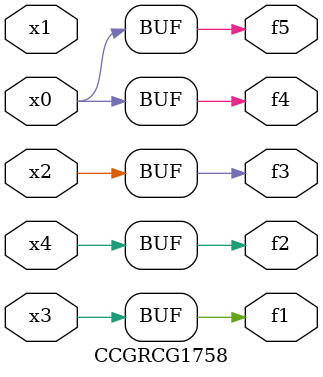
<source format=v>
module CCGRCG1758(
	input x0, x1, x2, x3, x4,
	output f1, f2, f3, f4, f5
);
	assign f1 = x3;
	assign f2 = x4;
	assign f3 = x2;
	assign f4 = x0;
	assign f5 = x0;
endmodule

</source>
